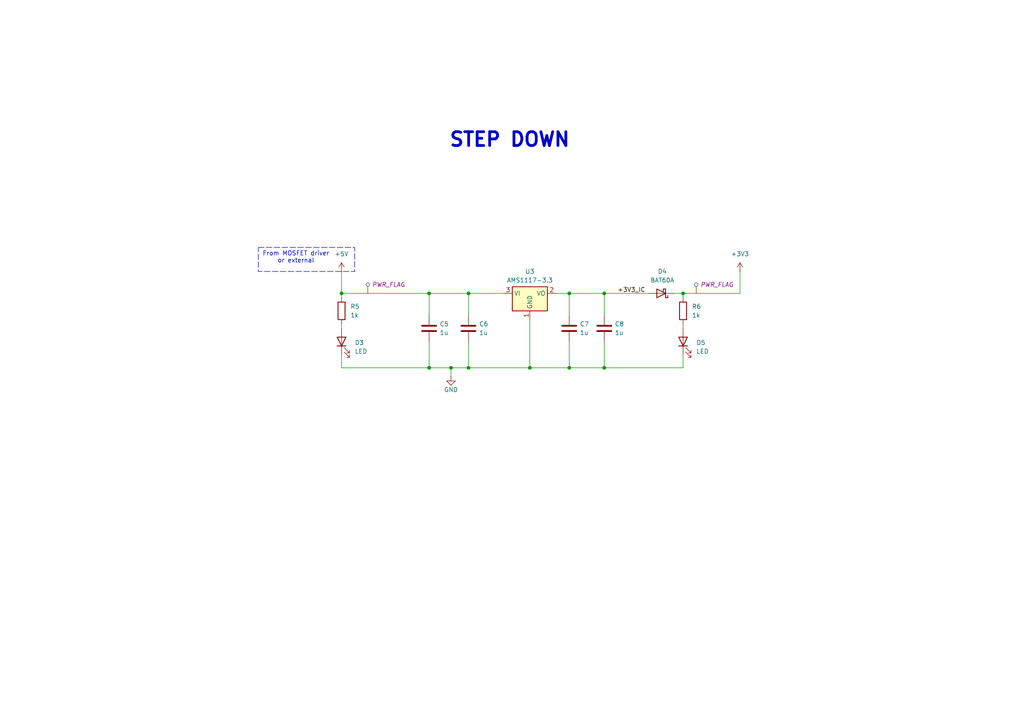
<source format=kicad_sch>
(kicad_sch (version 20231120) (generator "eeschema") (generator_version "8.0")
  (paper "A4")
  (title_block (title "STEP DOWN") (date "2025-01-24") (rev "0"))
  (lib_symbols
    (symbol "Device:C" (pin_numbers hide) (pin_names (offset 0.254))
      (property "Reference" "C" (at 0.635 2.54 0))
      (property "Value" "C" (at 0.635 -2.54 0))
      (symbol "C_0_1"
        (polyline (pts (xy -2.032 -0.762) (xy 2.032 -0.762)) (stroke (width 0.508)))
        (polyline (pts (xy -2.032 0.762) (xy 2.032 0.762)) (stroke (width 0.508)))
      )
      (symbol "C_1_1"
        (pin passive line (at 0 3.81 270) (length 2.794) (name "~") (number "1"))
        (pin passive line (at 0 -3.81 90) (length 2.794) (name "~") (number "2"))
      )
    )
    (symbol "Device:LED" (pin_numbers hide) (pin_names (offset 1.016) hide)
      (property "Reference" "D" (at 0 2.54 0))
      (property "Value" "LED" (at 0 -2.54 0))
      (symbol "LED_0_1"
        (polyline (pts (xy -1.27 -1.27) (xy -1.27 1.27)) (stroke (width 0.254)))
        (polyline (pts (xy -1.27 0) (xy 1.27 0)))
        (polyline (pts (xy 1.27 -1.27) (xy 1.27 1.27) (xy -1.27 0) (xy 1.27 -1.27)) (stroke (width 0.254)))
        (polyline (pts (xy -3.048 -0.762) (xy -4.572 -2.286) (xy -3.81 -2.286) (xy -4.572 -2.286) (xy -4.572 -1.524)))
        (polyline (pts (xy -1.778 -0.762) (xy -3.302 -2.286) (xy -2.54 -2.286) (xy -3.302 -2.286) (xy -3.302 -1.524)))
      )
      (symbol "LED_1_1"
        (pin passive line (at -3.81 0 0) (length 2.54) (name "K") (number "1"))
        (pin passive line (at 3.81 0 180) (length 2.54) (name "A") (number "2"))
      )
    )
    (symbol "Device:R" (pin_numbers hide) (pin_names (offset 0))
      (property "Reference" "R" (at 2.032 0 90))
      (property "Value" "R" (at 0 0 90))
      (symbol "R_0_1"
        (rectangle (start -1.016 -2.54) (end 1.016 2.54) (stroke (width 0.254)))
      )
      (symbol "R_1_1"
        (pin passive line (at 0 3.81 270) (length 1.27) (name "~") (number "1"))
        (pin passive line (at 0 -3.81 90) (length 1.27) (name "~") (number "2"))
      )
    )
    (symbol "Diode:BAT60A" (pin_numbers hide) (pin_names (offset 1.016) hide)
      (property "Reference" "D" (at 0 2.54 0))
      (property "Value" "BAT60A" (at 0 -2.54 0))
      (symbol "BAT60A_0_1"
        (polyline (pts (xy 1.27 0) (xy -1.27 0)))
        (polyline (pts (xy 1.27 1.27) (xy 1.27 -1.27) (xy -1.27 0) (xy 1.27 1.27)) (stroke (width 0.254)))
        (polyline (pts (xy -1.905 0.635) (xy -1.905 1.27) (xy -1.27 1.27) (xy -1.27 -1.27) (xy -0.635 -1.27) (xy -0.635 -0.635)) (stroke (width 0.254)))
      )
      (symbol "BAT60A_1_1"
        (pin passive line (at -3.81 0 0) (length 2.54) (name "K") (number "1"))
        (pin passive line (at 3.81 0 180) (length 2.54) (name "A") (number "2"))
      )
    )
    (symbol "Regulator_Linear:AMS1117-3.3"
      (property "Reference" "U" (at -3.81 3.175 0))
      (property "Value" "AMS1117-3.3" (at 0 3.175 0))
      (symbol "AMS1117-3.3_0_1"
        (rectangle (start -5.08 -5.08) (end 5.08 1.905) (stroke (width 0.254)) (fill (type background)))
      )
      (symbol "AMS1117-3.3_1_1"
        (pin power_in line (at 0 -7.62 90) (length 2.54) (name "GND") (number "1"))
        (pin power_out line (at 7.62 0 180) (length 2.54) (name "VO") (number "2"))
        (pin power_in line (at -7.62 0 0) (length 2.54) (name "VI") (number "3"))
      )
    )
    (symbol "power:+3V3" (power) (pin_numbers hide) (pin_names (offset 0) hide)
      (property "Value" "+3V3" (at 0 3.556 0))
      (symbol "+3V3_0_1"
        (polyline (pts (xy -0.762 1.27) (xy 0 2.54)))
        (polyline (pts (xy 0 0) (xy 0 2.54)))
        (polyline (pts (xy 0 2.54) (xy 0.762 1.27)))
      )
      (symbol "+3V3_1_1"
        (pin power_in line (at 0 0 90) (length 0) (name "~") (number "1"))
      )
    )
    (symbol "power:+5V" (power) (pin_numbers hide) (pin_names (offset 0) hide)
      (property "Value" "+5V" (at 0 3.556 0))
      (symbol "+5V_0_1"
        (polyline (pts (xy -0.762 1.27) (xy 0 2.54)))
        (polyline (pts (xy 0 0) (xy 0 2.54)))
        (polyline (pts (xy 0 2.54) (xy 0.762 1.27)))
      )
      (symbol "+5V_1_1"
        (pin power_in line (at 0 0 90) (length 0) (name "~") (number "1"))
      )
    )
    (symbol "power:GND" (power) (pin_numbers hide) (pin_names (offset 0) hide)
      (property "Value" "GND" (at 0 -3.81 0))
      (symbol "GND_0_1"
        (polyline (pts (xy 0 0) (xy 0 -1.27) (xy 1.27 -1.27) (xy 0 -2.54) (xy -1.27 -1.27) (xy 0 -1.27)))
      )
      (symbol "GND_1_1"
        (pin power_in line (at 0 0 270) (length 0) (name "~") (number "1"))
      )
    )
  )
  (junction (at 175.26 106.68))
  (junction (at 124.46 85.09))
  (junction (at 153.67 106.68))
  (junction (at 165.1 106.68))
  (junction (at 135.89 106.68))
  (junction (at 99.06 85.09))
  (junction (at 130.81 106.68))
  (junction (at 165.1 85.09))
  (junction (at 124.46 106.68))
  (junction (at 198.12 85.09))
  (junction (at 175.26 85.09))
  (junction (at 135.89 85.09))
  (wire (pts (xy 153.67 106.68) (xy 135.89 106.68)))
  (wire (pts (xy 153.67 106.68) (xy 165.1 106.68)))
  (wire (pts (xy 198.12 106.68) (xy 175.26 106.68)))
  (wire (pts (xy 165.1 99.06) (xy 165.1 106.68)))
  (wire (pts (xy 124.46 91.44) (xy 124.46 85.09)))
  (wire (pts (xy 198.12 85.09) (xy 198.12 86.36)))
  (wire (pts (xy 99.06 85.09) (xy 99.06 86.36)))
  (wire (pts (xy 135.89 99.06) (xy 135.89 106.68)))
  (wire (pts (xy 124.46 106.68) (xy 130.81 106.68)))
  (wire (pts (xy 124.46 85.09) (xy 99.06 85.09)))
  (wire (pts (xy 175.26 85.09) (xy 187.96 85.09)))
  (wire (pts (xy 153.67 92.71) (xy 153.67 106.68)))
  (wire (pts (xy 165.1 85.09) (xy 165.1 91.44)))
  (wire (pts (xy 124.46 99.06) (xy 124.46 106.68)))
  (wire (pts (xy 135.89 106.68) (xy 130.81 106.68)))
  (wire (pts (xy 165.1 106.68) (xy 175.26 106.68)))
  (wire (pts (xy 214.63 78.74) (xy 214.63 85.09)))
  (wire (pts (xy 99.06 93.98) (xy 99.06 95.25)))
  (wire (pts (xy 99.06 106.68) (xy 124.46 106.68)))
  (wire (pts (xy 161.29 85.09) (xy 165.1 85.09)))
  (wire (pts (xy 175.26 85.09) (xy 165.1 85.09)))
  (wire (pts (xy 135.89 85.09) (xy 146.05 85.09)))
  (wire (pts (xy 135.89 85.09) (xy 124.46 85.09)))
  (wire (pts (xy 135.89 91.44) (xy 135.89 85.09)))
  (wire (pts (xy 175.26 99.06) (xy 175.26 106.68)))
  (wire (pts (xy 195.58 85.09) (xy 198.12 85.09)))
  (wire (pts (xy 198.12 102.87) (xy 198.12 106.68)))
  (wire (pts (xy 175.26 91.44) (xy 175.26 85.09)))
  (wire (pts (xy 198.12 93.98) (xy 198.12 95.25)))
  (wire (pts (xy 99.06 78.74) (xy 99.06 85.09)))
  (wire (pts (xy 99.06 102.87) (xy 99.06 106.68)))
  (wire (pts (xy 198.12 85.09) (xy 214.63 85.09)))
  (wire (pts (xy 130.81 106.68) (xy 130.81 109.22)))
  (rectangle (start 74.93 71.755) (end 102.87 78.74) (stroke (width 0) (type dash)))
  (text "From MOSFET driver\nor external" (at 85.852 74.676 0) (effects (font (size 1.27 1.27))))
  (text "${TITLE}" (at 147.828 40.64 0) (effects (font (size 4 4) (thickness 0.8) (bold yes))))
  (label "+3V3_IC" (at 179.07 85.09 0))
  (netclass_flag "" (length 2.54) (shape round) (at 106.68 85.09 0) (property "Netclass" "PWR_FLAG" (at 107.8865 82.55 0) (effects (font (italic yes)) (justify left))))
  (netclass_flag "" (length 2.54) (shape round) (at 201.93 85.09 0) (property "Netclass" "PWR_FLAG" (at 203.1365 82.55 0) (effects (font (italic yes)) (justify left))))
  (symbol (lib_id "Device:C") (at 135.89 95.25 0) (unit 1)
    (property "Reference" "C6" (at 138.938 93.98 0) (effects (justify left)))
    (property "Value" "1u" (at 138.938 96.52 0) (effects (justify left)))
    (property "Footprint" "Capacitor_SMD:C_0603_1608Metric" (effects (hide yes)))
    (property "Description" "Unpolarized capacitor" (effects (hide yes)))
  )
  (symbol (lib_id "Device:LED") (at 198.12 99.06 90) (unit 1)
    (property "Reference" "D5" (at 201.93 99.3774 90) (effects (justify right)))
    (property "Value" "LED" (at 201.93 101.9174 90) (effects (justify right)))
    (property "Footprint" "LED_SMD:LED_0805_2012Metric" (effects (hide yes)))
    (property "Description" "Light emitting diode" (effects (hide yes)))
  )
  (symbol (lib_id "Regulator_Linear:AMS1117-3.3") (at 153.67 85.09 0) (unit 1)
    (property "Reference" "U3" (at 153.67 78.74 0))
    (property "Value" "AMS1117-3.3" (at 153.67 81.28 0))
    (property "Footprint" "Package_TO_SOT_SMD:SOT-223-3_TabPin2" (effects (hide yes)))
    (property "Datasheet" "http://www.advanced-monolithic.com/pdf/ds1117.pdf" (effects (hide yes)))
    (property "Description" "1A Low Dropout regulator, positive, 3.3V fixed output, SOT-223" (effects (hide yes)))
  )
  (symbol (lib_id "Device:R") (at 99.06 90.17 0) (unit 1)
    (property "Reference" "R5" (at 101.6 88.8999 0) (effects (justify left)))
    (property "Value" "1k" (at 101.6 91.4399 0) (effects (justify left)))
    (property "Footprint" "Resistor_SMD:R_0603_1608Metric" (effects (hide yes)))
    (property "Description" "Resistor" (effects (hide yes)))
  )
  (symbol (lib_id "Diode:BAT60A") (at 191.77 85.09 180) (unit 1)
    (property "Reference" "D4" (at 192.0875 78.74 0))
    (property "Value" "BAT60A" (at 192.0875 81.28 0))
    (property "Footprint" "Diode_SMD:D_SOD-323" (effects (hide yes)))
    (property "Datasheet" "https://www.infineon.com/dgdl/Infineon-BAT60ASERIES-DS-v01_01-en.pdf?fileId=db3a304313d846880113def70c9304a9" (effects (hide yes)))
    (property "Description" "10V 3A High Current Recitifier Schottky Diode, SOD-323" (effects (hide yes)))
  )
  (symbol (lib_id "Device:C") (at 124.46 95.25 0) (unit 1)
    (property "Reference" "C5" (at 127.508 93.98 0) (effects (justify left)))
    (property "Value" "1u" (at 127.508 96.52 0) (effects (justify left)))
    (property "Footprint" "Capacitor_SMD:C_0603_1608Metric" (effects (hide yes)))
    (property "Description" "Unpolarized capacitor" (effects (hide yes)))
  )
  (symbol (lib_id "power:GND") (at 130.81 109.22 0) (unit 1)
    (property "Reference" "#PWR010" (effects (hide yes)))
    (property "Value" "GND" (at 130.81 113.03 0))
    (property "Description" "Power symbol creates a global label with name \"GND\" , ground" (effects (hide yes)))
  )
  (symbol (lib_id "Device:C") (at 165.1 95.25 0) (unit 1)
    (property "Reference" "C7" (at 168.148 93.98 0) (effects (justify left)))
    (property "Value" "1u" (at 168.148 96.52 0) (effects (justify left)))
    (property "Footprint" "Capacitor_SMD:C_0603_1608Metric" (effects (hide yes)))
    (property "Description" "Unpolarized capacitor" (effects (hide yes)))
  )
  (symbol (lib_id "power:+5V") (at 99.06 78.74 0) (unit 1)
    (property "Reference" "#PWR09" (effects (hide yes)))
    (property "Value" "+5V" (at 99.06 73.66 0))
    (property "Description" "Power symbol creates a global label with name \"+5V\"" (effects (hide yes)))
  )
  (symbol (lib_id "Device:LED") (at 99.06 99.06 90) (unit 1)
    (property "Reference" "D3" (at 102.87 99.3774 90) (effects (justify right)))
    (property "Value" "LED" (at 102.87 101.9174 90) (effects (justify right)))
    (property "Footprint" "LED_SMD:LED_0805_2012Metric" (effects (hide yes)))
    (property "Description" "Light emitting diode" (effects (hide yes)))
  )
  (symbol (lib_id "Device:R") (at 198.12 90.17 0) (unit 1)
    (property "Reference" "R6" (at 200.66 88.8999 0) (effects (justify left)))
    (property "Value" "1k" (at 200.66 91.4399 0) (effects (justify left)))
    (property "Footprint" "Resistor_SMD:R_0603_1608Metric" (effects (hide yes)))
    (property "Description" "Resistor" (effects (hide yes)))
  )
  (symbol (lib_id "Device:C") (at 175.26 95.25 0) (unit 1)
    (property "Reference" "C8" (at 178.308 93.98 0) (effects (justify left)))
    (property "Value" "1u" (at 178.308 96.52 0) (effects (justify left)))
    (property "Footprint" "Capacitor_SMD:C_0603_1608Metric" (effects (hide yes)))
    (property "Description" "Unpolarized capacitor" (effects (hide yes)))
  )
  (symbol (lib_id "power:+3V3") (at 214.63 78.74 0) (unit 1)
    (property "Reference" "#PWR011" (effects (hide yes)))
    (property "Value" "+3V3" (at 214.63 73.66 0))
    (property "Description" "Power symbol creates a global label with name \"+3V3\"" (effects (hide yes)))
  )
)
</source>
